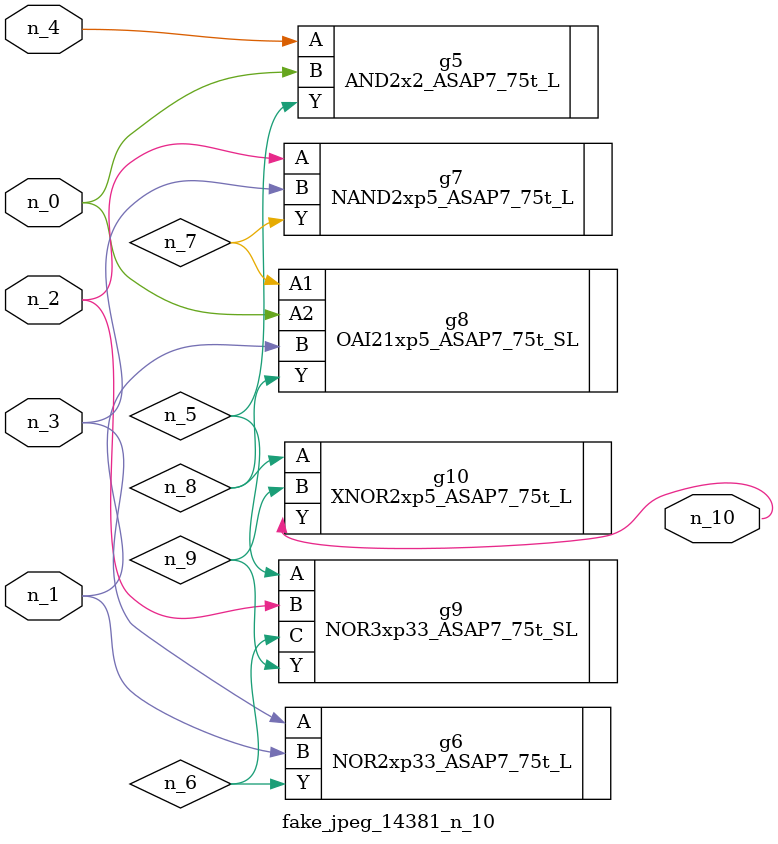
<source format=v>
module fake_jpeg_14381_n_10 (n_3, n_2, n_1, n_0, n_4, n_10);

input n_3;
input n_2;
input n_1;
input n_0;
input n_4;

output n_10;

wire n_8;
wire n_9;
wire n_6;
wire n_5;
wire n_7;

AND2x2_ASAP7_75t_L g5 ( 
.A(n_4),
.B(n_0),
.Y(n_5)
);

NOR2xp33_ASAP7_75t_L g6 ( 
.A(n_3),
.B(n_1),
.Y(n_6)
);

NAND2xp5_ASAP7_75t_L g7 ( 
.A(n_2),
.B(n_3),
.Y(n_7)
);

OAI21xp5_ASAP7_75t_SL g8 ( 
.A1(n_7),
.A2(n_0),
.B(n_1),
.Y(n_8)
);

XNOR2xp5_ASAP7_75t_L g10 ( 
.A(n_8),
.B(n_9),
.Y(n_10)
);

NOR3xp33_ASAP7_75t_SL g9 ( 
.A(n_5),
.B(n_2),
.C(n_6),
.Y(n_9)
);


endmodule
</source>
